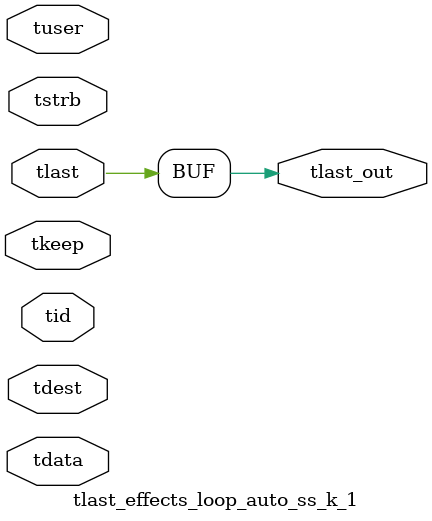
<source format=v>


`timescale 1ps/1ps

module tlast_effects_loop_auto_ss_k_1 #
(
parameter C_S_AXIS_TID_WIDTH   = 1,
parameter C_S_AXIS_TUSER_WIDTH = 0,
parameter C_S_AXIS_TDATA_WIDTH = 0,
parameter C_S_AXIS_TDEST_WIDTH = 0
)
(
input  [(C_S_AXIS_TID_WIDTH   == 0 ? 1 : C_S_AXIS_TID_WIDTH)-1:0       ] tid,
input  [(C_S_AXIS_TDATA_WIDTH == 0 ? 1 : C_S_AXIS_TDATA_WIDTH)-1:0     ] tdata,
input  [(C_S_AXIS_TUSER_WIDTH == 0 ? 1 : C_S_AXIS_TUSER_WIDTH)-1:0     ] tuser,
input  [(C_S_AXIS_TDEST_WIDTH == 0 ? 1 : C_S_AXIS_TDEST_WIDTH)-1:0     ] tdest,
input  [(C_S_AXIS_TDATA_WIDTH/8)-1:0 ] tkeep,
input  [(C_S_AXIS_TDATA_WIDTH/8)-1:0 ] tstrb,
input  [0:0]                                                             tlast,
output                                                                   tlast_out
);

assign tlast_out = {tlast};

endmodule


</source>
